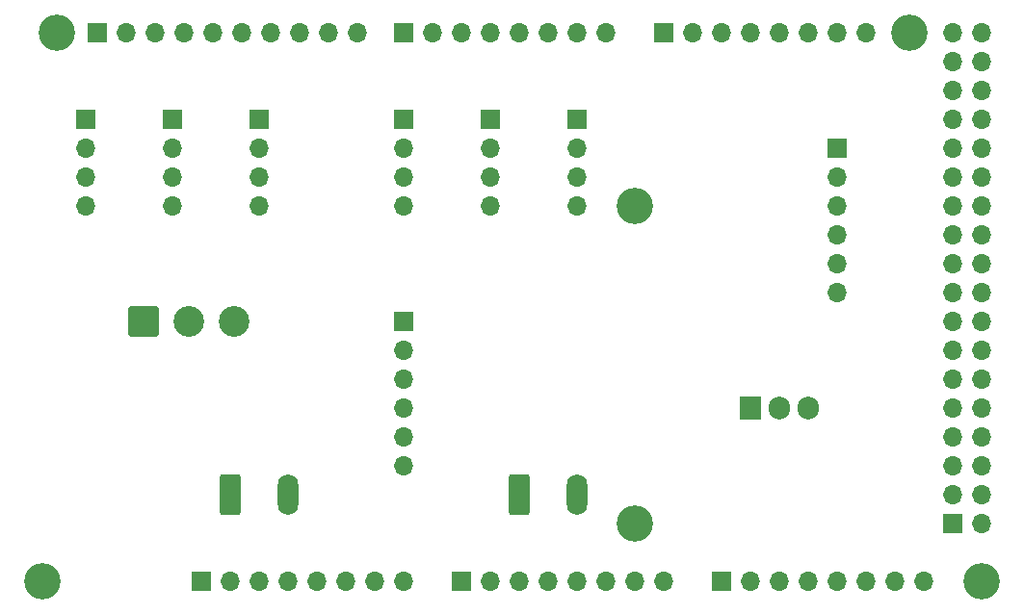
<source format=gbr>
G04 #@! TF.GenerationSoftware,KiCad,Pcbnew,7.0.7*
G04 #@! TF.CreationDate,2023-11-29T17:44:09-05:00*
G04 #@! TF.ProjectId,PCB V1 ATV,50434220-5631-4204-9154-562e6b696361,rev?*
G04 #@! TF.SameCoordinates,Original*
G04 #@! TF.FileFunction,Soldermask,Bot*
G04 #@! TF.FilePolarity,Negative*
%FSLAX46Y46*%
G04 Gerber Fmt 4.6, Leading zero omitted, Abs format (unit mm)*
G04 Created by KiCad (PCBNEW 7.0.7) date 2023-11-29 17:44:09*
%MOMM*%
%LPD*%
G01*
G04 APERTURE LIST*
G04 Aperture macros list*
%AMRoundRect*
0 Rectangle with rounded corners*
0 $1 Rounding radius*
0 $2 $3 $4 $5 $6 $7 $8 $9 X,Y pos of 4 corners*
0 Add a 4 corners polygon primitive as box body*
4,1,4,$2,$3,$4,$5,$6,$7,$8,$9,$2,$3,0*
0 Add four circle primitives for the rounded corners*
1,1,$1+$1,$2,$3*
1,1,$1+$1,$4,$5*
1,1,$1+$1,$6,$7*
1,1,$1+$1,$8,$9*
0 Add four rect primitives between the rounded corners*
20,1,$1+$1,$2,$3,$4,$5,0*
20,1,$1+$1,$4,$5,$6,$7,0*
20,1,$1+$1,$6,$7,$8,$9,0*
20,1,$1+$1,$8,$9,$2,$3,0*%
G04 Aperture macros list end*
%ADD10R,1.700000X1.700000*%
%ADD11O,1.700000X1.700000*%
%ADD12RoundRect,0.250000X-0.650000X-1.550000X0.650000X-1.550000X0.650000X1.550000X-0.650000X1.550000X0*%
%ADD13O,1.800000X3.600000*%
%ADD14C,3.200000*%
%ADD15R,1.905000X2.000000*%
%ADD16O,1.905000X2.000000*%
%ADD17RoundRect,0.250001X-1.099999X-1.099999X1.099999X-1.099999X1.099999X1.099999X-1.099999X1.099999X0*%
%ADD18C,2.700000*%
G04 APERTURE END LIST*
D10*
X193980000Y-92380000D03*
D11*
X196520000Y-92380000D03*
X193980000Y-89840000D03*
X196520000Y-89840000D03*
X193980000Y-87300000D03*
X196520000Y-87300000D03*
X193980000Y-84760000D03*
X196520000Y-84760000D03*
X193980000Y-82220000D03*
X196520000Y-82220000D03*
X193980000Y-79680000D03*
X196520000Y-79680000D03*
X193980000Y-77140000D03*
X196520000Y-77140000D03*
X193980000Y-74600000D03*
X196520000Y-74600000D03*
X193980000Y-72060000D03*
X196520000Y-72060000D03*
X193980000Y-69520000D03*
X196520000Y-69520000D03*
X193980000Y-66980000D03*
X196520000Y-66980000D03*
X193980000Y-64440000D03*
X196520000Y-64440000D03*
X193980000Y-61900000D03*
X196520000Y-61900000D03*
X193980000Y-59360000D03*
X196520000Y-59360000D03*
X193980000Y-56820000D03*
X196520000Y-56820000D03*
X193980000Y-54280000D03*
X196520000Y-54280000D03*
X193980000Y-51740000D03*
X196520000Y-51740000D03*
X193980000Y-49200000D03*
X196520000Y-49200000D03*
D10*
X127940000Y-97460000D03*
D11*
X130480000Y-97460000D03*
X133020000Y-97460000D03*
X135560000Y-97460000D03*
X138100000Y-97460000D03*
X140640000Y-97460000D03*
X143180000Y-97460000D03*
X145720000Y-97460000D03*
D10*
X150800000Y-97460000D03*
D11*
X153340000Y-97460000D03*
X155880000Y-97460000D03*
X158420000Y-97460000D03*
X160960000Y-97460000D03*
X163500000Y-97460000D03*
X166040000Y-97460000D03*
X168580000Y-97460000D03*
D10*
X173660000Y-97460000D03*
D11*
X176200000Y-97460000D03*
X178740000Y-97460000D03*
X181280000Y-97460000D03*
X183820000Y-97460000D03*
X186360000Y-97460000D03*
X188900000Y-97460000D03*
X191440000Y-97460000D03*
D10*
X118796000Y-49200000D03*
D11*
X121336000Y-49200000D03*
X123876000Y-49200000D03*
X126416000Y-49200000D03*
X128956000Y-49200000D03*
X131496000Y-49200000D03*
X134036000Y-49200000D03*
X136576000Y-49200000D03*
X139116000Y-49200000D03*
X141656000Y-49200000D03*
D10*
X145720000Y-49200000D03*
D11*
X148260000Y-49200000D03*
X150800000Y-49200000D03*
X153340000Y-49200000D03*
X155880000Y-49200000D03*
X158420000Y-49200000D03*
X160960000Y-49200000D03*
X163500000Y-49200000D03*
D10*
X168580000Y-49200000D03*
D11*
X171120000Y-49200000D03*
X173660000Y-49200000D03*
X176200000Y-49200000D03*
X178740000Y-49200000D03*
X181280000Y-49200000D03*
X183820000Y-49200000D03*
X186360000Y-49200000D03*
D12*
X155880000Y-89840000D03*
D13*
X160960000Y-89840000D03*
D14*
X196520000Y-97460000D03*
D12*
X130480000Y-89840000D03*
D13*
X135560000Y-89840000D03*
D10*
X183820000Y-59360000D03*
D11*
X183820000Y-61900000D03*
X183820000Y-64440000D03*
X183820000Y-66980000D03*
X183820000Y-69520000D03*
X183820000Y-72060000D03*
D10*
X117780000Y-56820000D03*
D11*
X117780000Y-59360000D03*
X117780000Y-61900000D03*
X117780000Y-64440000D03*
D14*
X115240000Y-49200000D03*
D10*
X145720000Y-74600000D03*
D11*
X145720000Y-77140000D03*
X145720000Y-79680000D03*
X145720000Y-82220000D03*
X145720000Y-84760000D03*
X145720000Y-87300000D03*
D10*
X133020000Y-56820000D03*
D11*
X133020000Y-59360000D03*
X133020000Y-61900000D03*
X133020000Y-64440000D03*
D10*
X125400000Y-56820000D03*
D11*
X125400000Y-59360000D03*
X125400000Y-61900000D03*
X125400000Y-64440000D03*
D10*
X160960000Y-56820000D03*
D11*
X160960000Y-59360000D03*
X160960000Y-61900000D03*
X160960000Y-64440000D03*
D10*
X153340000Y-56820000D03*
D11*
X153340000Y-59360000D03*
X153340000Y-61900000D03*
X153340000Y-64440000D03*
D15*
X176200000Y-82220000D03*
D16*
X178740000Y-82220000D03*
X181280000Y-82220000D03*
D17*
X122860000Y-74600000D03*
D18*
X126820000Y-74600000D03*
X130780000Y-74600000D03*
D10*
X145720000Y-56820000D03*
D11*
X145720000Y-59360000D03*
X145720000Y-61900000D03*
X145720000Y-64440000D03*
D14*
X113970000Y-97460000D03*
X166040000Y-64440000D03*
X166040000Y-92380000D03*
X190170000Y-49200000D03*
M02*

</source>
